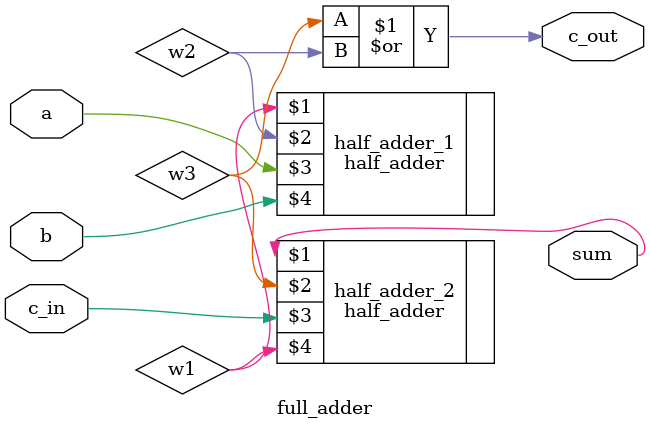
<source format=v>
`timescale 1ns / 1ps


module full_adder(
    input a,
    input b,
    input c_in,
    output sum,
    output c_out
    );
    
    wire w1, w2, w3;
    
    half_adder half_adder_1(w1, w2, a, b);
    half_adder half_adder_2(sum, w3, c_in, w1);
    
    or or_1(c_out,w3,w2);

endmodule


</source>
